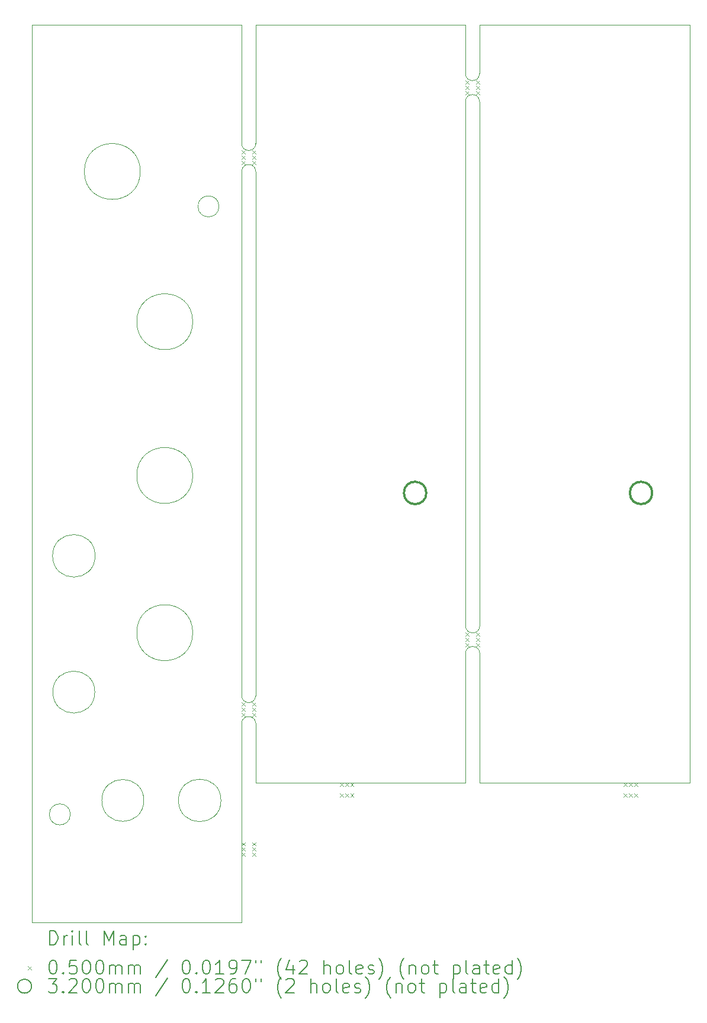
<source format=gbr>
%TF.GenerationSoftware,KiCad,Pcbnew,7.0.9*%
%TF.CreationDate,2023-12-08T20:01:01+01:00*%
%TF.ProjectId,MiniOSC,4d696e69-4f53-4432-9e6b-696361645f70,rev?*%
%TF.SameCoordinates,Original*%
%TF.FileFunction,Drillmap*%
%TF.FilePolarity,Positive*%
%FSLAX45Y45*%
G04 Gerber Fmt 4.5, Leading zero omitted, Abs format (unit mm)*
G04 Created by KiCad (PCBNEW 7.0.9) date 2023-12-08 20:01:01*
%MOMM*%
%LPD*%
G01*
G04 APERTURE LIST*
%ADD10C,0.100000*%
%ADD11C,0.200000*%
%ADD12C,0.320000*%
G04 APERTURE END LIST*
D10*
X7200000Y-6600000D02*
G75*
G03*
X7000000Y-6600000I-100000J0D01*
G01*
X7000000Y-6200000D02*
G75*
G03*
X7200000Y-6200000I100000J0D01*
G01*
X7000000Y-4500000D02*
X7000000Y-6200000D01*
X7200000Y-6200000D02*
X7200000Y-4500000D01*
X10400000Y-5600000D02*
G75*
G03*
X10200000Y-5600000I-100000J0D01*
G01*
X10200000Y-5200000D02*
G75*
G03*
X10400000Y-5200000I100000J0D01*
G01*
X10200000Y-4500000D02*
X10200000Y-5200000D01*
X10400000Y-5200000D02*
X10400000Y-4500000D01*
X12255000Y-15350000D02*
X13410000Y-15350000D01*
X13410000Y-4500000D02*
X12255000Y-4500000D01*
X10400000Y-5600000D02*
X10405000Y-13100000D01*
X10200000Y-13100000D02*
X10200000Y-5600000D01*
X10404980Y-13500000D02*
G75*
G03*
X10200000Y-13497990I-102500J0D01*
G01*
X10200000Y-13100000D02*
G75*
G03*
X10405000Y-13100000I102500J0D01*
G01*
X7200000Y-14495000D02*
G75*
G03*
X6999875Y-14500000I-100000J-5000D01*
G01*
X7000000Y-14100000D02*
G75*
G03*
X7199926Y-14103843I100000J0D01*
G01*
X6999875Y-14500000D02*
X7000000Y-17350000D01*
X7199926Y-14103843D02*
X7200000Y-6600000D01*
X13410000Y-4500000D02*
X13410000Y-15350000D01*
X10400000Y-4500000D02*
X12255000Y-4500000D01*
X10405000Y-15350000D02*
X10404980Y-13500000D01*
X12255000Y-15350000D02*
X10405000Y-15350000D01*
X7202500Y-15350000D02*
X7200000Y-14495000D01*
X10200000Y-15350000D02*
X7202500Y-15350000D01*
X10200000Y-13497990D02*
X10200000Y-15350000D01*
X7200000Y-4500000D02*
X10200000Y-4500000D01*
X6675000Y-7100000D02*
G75*
G03*
X6675000Y-7100000I-150000J0D01*
G01*
X4550000Y-15800000D02*
G75*
G03*
X4550000Y-15800000I-150000J0D01*
G01*
X6300000Y-13200000D02*
G75*
G03*
X6300000Y-13200000I-400000J0D01*
G01*
X6300000Y-10950000D02*
G75*
G03*
X6300000Y-10950000I-400000J0D01*
G01*
X6300000Y-8750000D02*
G75*
G03*
X6300000Y-8750000I-400000J0D01*
G01*
X5550000Y-6600000D02*
G75*
G03*
X5550000Y-6600000I-400000J0D01*
G01*
X5600000Y-15600000D02*
G75*
G03*
X5600000Y-15600000I-300000J0D01*
G01*
X6704138Y-15600000D02*
G75*
G03*
X6704138Y-15600000I-304138J0D01*
G01*
X4900000Y-14050000D02*
G75*
G03*
X4900000Y-14050000I-300000J0D01*
G01*
X4904138Y-12100000D02*
G75*
G03*
X4904138Y-12100000I-304138J0D01*
G01*
X7000000Y-17350000D02*
X4000000Y-17350000D01*
X7000000Y-6600000D02*
X7000000Y-14100000D01*
X4000000Y-4500000D02*
X7000000Y-4500000D01*
X4000000Y-4500000D02*
X4000000Y-17350000D01*
D11*
D10*
X7000000Y-6300000D02*
X7050000Y-6350000D01*
X7050000Y-6300000D02*
X7000000Y-6350000D01*
X7000000Y-6375000D02*
X7050000Y-6425000D01*
X7050000Y-6375000D02*
X7000000Y-6425000D01*
X7000000Y-6450000D02*
X7050000Y-6500000D01*
X7050000Y-6450000D02*
X7000000Y-6500000D01*
X7000000Y-14200000D02*
X7050000Y-14250000D01*
X7050000Y-14200000D02*
X7000000Y-14250000D01*
X7000000Y-14275000D02*
X7050000Y-14325000D01*
X7050000Y-14275000D02*
X7000000Y-14325000D01*
X7000000Y-14350000D02*
X7050000Y-14400000D01*
X7050000Y-14350000D02*
X7000000Y-14400000D01*
X7000000Y-16199000D02*
X7050000Y-16249000D01*
X7050000Y-16199000D02*
X7000000Y-16249000D01*
X7000000Y-16274000D02*
X7050000Y-16324000D01*
X7050000Y-16274000D02*
X7000000Y-16324000D01*
X7000000Y-16349000D02*
X7050000Y-16399000D01*
X7050000Y-16349000D02*
X7000000Y-16399000D01*
X7150000Y-6300000D02*
X7200000Y-6350000D01*
X7200000Y-6300000D02*
X7150000Y-6350000D01*
X7150000Y-6375000D02*
X7200000Y-6425000D01*
X7200000Y-6375000D02*
X7150000Y-6425000D01*
X7150000Y-6450000D02*
X7200000Y-6500000D01*
X7200000Y-6450000D02*
X7150000Y-6500000D01*
X7150000Y-14200000D02*
X7200000Y-14250000D01*
X7200000Y-14200000D02*
X7150000Y-14250000D01*
X7150000Y-14275000D02*
X7200000Y-14325000D01*
X7200000Y-14275000D02*
X7150000Y-14325000D01*
X7150000Y-14350000D02*
X7200000Y-14400000D01*
X7200000Y-14350000D02*
X7150000Y-14400000D01*
X7150000Y-16199000D02*
X7200000Y-16249000D01*
X7200000Y-16199000D02*
X7150000Y-16249000D01*
X7150000Y-16274000D02*
X7200000Y-16324000D01*
X7200000Y-16274000D02*
X7150000Y-16324000D01*
X7150000Y-16349000D02*
X7200000Y-16399000D01*
X7200000Y-16349000D02*
X7150000Y-16399000D01*
X8402720Y-15349620D02*
X8452720Y-15399620D01*
X8452720Y-15349620D02*
X8402720Y-15399620D01*
X8402720Y-15499620D02*
X8452720Y-15549620D01*
X8452720Y-15499620D02*
X8402720Y-15549620D01*
X8477720Y-15349620D02*
X8527720Y-15399620D01*
X8527720Y-15349620D02*
X8477720Y-15399620D01*
X8477720Y-15499620D02*
X8527720Y-15549620D01*
X8527720Y-15499620D02*
X8477720Y-15549620D01*
X8552720Y-15349620D02*
X8602720Y-15399620D01*
X8602720Y-15349620D02*
X8552720Y-15399620D01*
X8552720Y-15499620D02*
X8602720Y-15549620D01*
X8602720Y-15499620D02*
X8552720Y-15549620D01*
X10200000Y-5300000D02*
X10250000Y-5350000D01*
X10250000Y-5300000D02*
X10200000Y-5350000D01*
X10200000Y-5375000D02*
X10250000Y-5425000D01*
X10250000Y-5375000D02*
X10200000Y-5425000D01*
X10200000Y-5450000D02*
X10250000Y-5500000D01*
X10250000Y-5450000D02*
X10200000Y-5500000D01*
X10200000Y-13200000D02*
X10250000Y-13250000D01*
X10250000Y-13200000D02*
X10200000Y-13250000D01*
X10200000Y-13275000D02*
X10250000Y-13325000D01*
X10250000Y-13275000D02*
X10200000Y-13325000D01*
X10200000Y-13350000D02*
X10250000Y-13400000D01*
X10250000Y-13350000D02*
X10200000Y-13400000D01*
X10350000Y-5300000D02*
X10400000Y-5350000D01*
X10400000Y-5300000D02*
X10350000Y-5350000D01*
X10350000Y-5375000D02*
X10400000Y-5425000D01*
X10400000Y-5375000D02*
X10350000Y-5425000D01*
X10350000Y-5450000D02*
X10400000Y-5500000D01*
X10400000Y-5450000D02*
X10350000Y-5500000D01*
X10350000Y-13200000D02*
X10400000Y-13250000D01*
X10400000Y-13200000D02*
X10350000Y-13250000D01*
X10350000Y-13275000D02*
X10400000Y-13325000D01*
X10400000Y-13275000D02*
X10350000Y-13325000D01*
X10350000Y-13350000D02*
X10400000Y-13400000D01*
X10400000Y-13350000D02*
X10350000Y-13400000D01*
X12462720Y-15349620D02*
X12512720Y-15399620D01*
X12512720Y-15349620D02*
X12462720Y-15399620D01*
X12462720Y-15499620D02*
X12512720Y-15549620D01*
X12512720Y-15499620D02*
X12462720Y-15549620D01*
X12537720Y-15349620D02*
X12587720Y-15399620D01*
X12587720Y-15349620D02*
X12537720Y-15399620D01*
X12537720Y-15499620D02*
X12587720Y-15549620D01*
X12587720Y-15499620D02*
X12537720Y-15549620D01*
X12612720Y-15349620D02*
X12662720Y-15399620D01*
X12662720Y-15349620D02*
X12612720Y-15399620D01*
X12612720Y-15499620D02*
X12662720Y-15549620D01*
X12662720Y-15499620D02*
X12612720Y-15549620D01*
D12*
X9640000Y-11200000D02*
G75*
G03*
X9640000Y-11200000I-160000J0D01*
G01*
X12870000Y-11200000D02*
G75*
G03*
X12870000Y-11200000I-160000J0D01*
G01*
D11*
X4255777Y-17666484D02*
X4255777Y-17466484D01*
X4255777Y-17466484D02*
X4303396Y-17466484D01*
X4303396Y-17466484D02*
X4331967Y-17476008D01*
X4331967Y-17476008D02*
X4351015Y-17495055D01*
X4351015Y-17495055D02*
X4360539Y-17514103D01*
X4360539Y-17514103D02*
X4370063Y-17552198D01*
X4370063Y-17552198D02*
X4370063Y-17580770D01*
X4370063Y-17580770D02*
X4360539Y-17618865D01*
X4360539Y-17618865D02*
X4351015Y-17637912D01*
X4351015Y-17637912D02*
X4331967Y-17656960D01*
X4331967Y-17656960D02*
X4303396Y-17666484D01*
X4303396Y-17666484D02*
X4255777Y-17666484D01*
X4455777Y-17666484D02*
X4455777Y-17533150D01*
X4455777Y-17571246D02*
X4465301Y-17552198D01*
X4465301Y-17552198D02*
X4474824Y-17542674D01*
X4474824Y-17542674D02*
X4493872Y-17533150D01*
X4493872Y-17533150D02*
X4512920Y-17533150D01*
X4579586Y-17666484D02*
X4579586Y-17533150D01*
X4579586Y-17466484D02*
X4570063Y-17476008D01*
X4570063Y-17476008D02*
X4579586Y-17485531D01*
X4579586Y-17485531D02*
X4589110Y-17476008D01*
X4589110Y-17476008D02*
X4579586Y-17466484D01*
X4579586Y-17466484D02*
X4579586Y-17485531D01*
X4703396Y-17666484D02*
X4684348Y-17656960D01*
X4684348Y-17656960D02*
X4674824Y-17637912D01*
X4674824Y-17637912D02*
X4674824Y-17466484D01*
X4808158Y-17666484D02*
X4789110Y-17656960D01*
X4789110Y-17656960D02*
X4779586Y-17637912D01*
X4779586Y-17637912D02*
X4779586Y-17466484D01*
X5036729Y-17666484D02*
X5036729Y-17466484D01*
X5036729Y-17466484D02*
X5103396Y-17609341D01*
X5103396Y-17609341D02*
X5170063Y-17466484D01*
X5170063Y-17466484D02*
X5170063Y-17666484D01*
X5351015Y-17666484D02*
X5351015Y-17561722D01*
X5351015Y-17561722D02*
X5341491Y-17542674D01*
X5341491Y-17542674D02*
X5322444Y-17533150D01*
X5322444Y-17533150D02*
X5284348Y-17533150D01*
X5284348Y-17533150D02*
X5265301Y-17542674D01*
X5351015Y-17656960D02*
X5331967Y-17666484D01*
X5331967Y-17666484D02*
X5284348Y-17666484D01*
X5284348Y-17666484D02*
X5265301Y-17656960D01*
X5265301Y-17656960D02*
X5255777Y-17637912D01*
X5255777Y-17637912D02*
X5255777Y-17618865D01*
X5255777Y-17618865D02*
X5265301Y-17599817D01*
X5265301Y-17599817D02*
X5284348Y-17590293D01*
X5284348Y-17590293D02*
X5331967Y-17590293D01*
X5331967Y-17590293D02*
X5351015Y-17580770D01*
X5446253Y-17533150D02*
X5446253Y-17733150D01*
X5446253Y-17542674D02*
X5465301Y-17533150D01*
X5465301Y-17533150D02*
X5503396Y-17533150D01*
X5503396Y-17533150D02*
X5522444Y-17542674D01*
X5522444Y-17542674D02*
X5531967Y-17552198D01*
X5531967Y-17552198D02*
X5541491Y-17571246D01*
X5541491Y-17571246D02*
X5541491Y-17628389D01*
X5541491Y-17628389D02*
X5531967Y-17647436D01*
X5531967Y-17647436D02*
X5522444Y-17656960D01*
X5522444Y-17656960D02*
X5503396Y-17666484D01*
X5503396Y-17666484D02*
X5465301Y-17666484D01*
X5465301Y-17666484D02*
X5446253Y-17656960D01*
X5627205Y-17647436D02*
X5636729Y-17656960D01*
X5636729Y-17656960D02*
X5627205Y-17666484D01*
X5627205Y-17666484D02*
X5617682Y-17656960D01*
X5617682Y-17656960D02*
X5627205Y-17647436D01*
X5627205Y-17647436D02*
X5627205Y-17666484D01*
X5627205Y-17542674D02*
X5636729Y-17552198D01*
X5636729Y-17552198D02*
X5627205Y-17561722D01*
X5627205Y-17561722D02*
X5617682Y-17552198D01*
X5617682Y-17552198D02*
X5627205Y-17542674D01*
X5627205Y-17542674D02*
X5627205Y-17561722D01*
D10*
X3945000Y-17970000D02*
X3995000Y-18020000D01*
X3995000Y-17970000D02*
X3945000Y-18020000D01*
D11*
X4293872Y-17886484D02*
X4312920Y-17886484D01*
X4312920Y-17886484D02*
X4331967Y-17896008D01*
X4331967Y-17896008D02*
X4341491Y-17905531D01*
X4341491Y-17905531D02*
X4351015Y-17924579D01*
X4351015Y-17924579D02*
X4360539Y-17962674D01*
X4360539Y-17962674D02*
X4360539Y-18010293D01*
X4360539Y-18010293D02*
X4351015Y-18048389D01*
X4351015Y-18048389D02*
X4341491Y-18067436D01*
X4341491Y-18067436D02*
X4331967Y-18076960D01*
X4331967Y-18076960D02*
X4312920Y-18086484D01*
X4312920Y-18086484D02*
X4293872Y-18086484D01*
X4293872Y-18086484D02*
X4274824Y-18076960D01*
X4274824Y-18076960D02*
X4265301Y-18067436D01*
X4265301Y-18067436D02*
X4255777Y-18048389D01*
X4255777Y-18048389D02*
X4246253Y-18010293D01*
X4246253Y-18010293D02*
X4246253Y-17962674D01*
X4246253Y-17962674D02*
X4255777Y-17924579D01*
X4255777Y-17924579D02*
X4265301Y-17905531D01*
X4265301Y-17905531D02*
X4274824Y-17896008D01*
X4274824Y-17896008D02*
X4293872Y-17886484D01*
X4446253Y-18067436D02*
X4455777Y-18076960D01*
X4455777Y-18076960D02*
X4446253Y-18086484D01*
X4446253Y-18086484D02*
X4436729Y-18076960D01*
X4436729Y-18076960D02*
X4446253Y-18067436D01*
X4446253Y-18067436D02*
X4446253Y-18086484D01*
X4636729Y-17886484D02*
X4541491Y-17886484D01*
X4541491Y-17886484D02*
X4531967Y-17981722D01*
X4531967Y-17981722D02*
X4541491Y-17972198D01*
X4541491Y-17972198D02*
X4560539Y-17962674D01*
X4560539Y-17962674D02*
X4608158Y-17962674D01*
X4608158Y-17962674D02*
X4627205Y-17972198D01*
X4627205Y-17972198D02*
X4636729Y-17981722D01*
X4636729Y-17981722D02*
X4646253Y-18000770D01*
X4646253Y-18000770D02*
X4646253Y-18048389D01*
X4646253Y-18048389D02*
X4636729Y-18067436D01*
X4636729Y-18067436D02*
X4627205Y-18076960D01*
X4627205Y-18076960D02*
X4608158Y-18086484D01*
X4608158Y-18086484D02*
X4560539Y-18086484D01*
X4560539Y-18086484D02*
X4541491Y-18076960D01*
X4541491Y-18076960D02*
X4531967Y-18067436D01*
X4770063Y-17886484D02*
X4789110Y-17886484D01*
X4789110Y-17886484D02*
X4808158Y-17896008D01*
X4808158Y-17896008D02*
X4817682Y-17905531D01*
X4817682Y-17905531D02*
X4827205Y-17924579D01*
X4827205Y-17924579D02*
X4836729Y-17962674D01*
X4836729Y-17962674D02*
X4836729Y-18010293D01*
X4836729Y-18010293D02*
X4827205Y-18048389D01*
X4827205Y-18048389D02*
X4817682Y-18067436D01*
X4817682Y-18067436D02*
X4808158Y-18076960D01*
X4808158Y-18076960D02*
X4789110Y-18086484D01*
X4789110Y-18086484D02*
X4770063Y-18086484D01*
X4770063Y-18086484D02*
X4751015Y-18076960D01*
X4751015Y-18076960D02*
X4741491Y-18067436D01*
X4741491Y-18067436D02*
X4731967Y-18048389D01*
X4731967Y-18048389D02*
X4722444Y-18010293D01*
X4722444Y-18010293D02*
X4722444Y-17962674D01*
X4722444Y-17962674D02*
X4731967Y-17924579D01*
X4731967Y-17924579D02*
X4741491Y-17905531D01*
X4741491Y-17905531D02*
X4751015Y-17896008D01*
X4751015Y-17896008D02*
X4770063Y-17886484D01*
X4960539Y-17886484D02*
X4979586Y-17886484D01*
X4979586Y-17886484D02*
X4998634Y-17896008D01*
X4998634Y-17896008D02*
X5008158Y-17905531D01*
X5008158Y-17905531D02*
X5017682Y-17924579D01*
X5017682Y-17924579D02*
X5027205Y-17962674D01*
X5027205Y-17962674D02*
X5027205Y-18010293D01*
X5027205Y-18010293D02*
X5017682Y-18048389D01*
X5017682Y-18048389D02*
X5008158Y-18067436D01*
X5008158Y-18067436D02*
X4998634Y-18076960D01*
X4998634Y-18076960D02*
X4979586Y-18086484D01*
X4979586Y-18086484D02*
X4960539Y-18086484D01*
X4960539Y-18086484D02*
X4941491Y-18076960D01*
X4941491Y-18076960D02*
X4931967Y-18067436D01*
X4931967Y-18067436D02*
X4922444Y-18048389D01*
X4922444Y-18048389D02*
X4912920Y-18010293D01*
X4912920Y-18010293D02*
X4912920Y-17962674D01*
X4912920Y-17962674D02*
X4922444Y-17924579D01*
X4922444Y-17924579D02*
X4931967Y-17905531D01*
X4931967Y-17905531D02*
X4941491Y-17896008D01*
X4941491Y-17896008D02*
X4960539Y-17886484D01*
X5112920Y-18086484D02*
X5112920Y-17953150D01*
X5112920Y-17972198D02*
X5122444Y-17962674D01*
X5122444Y-17962674D02*
X5141491Y-17953150D01*
X5141491Y-17953150D02*
X5170063Y-17953150D01*
X5170063Y-17953150D02*
X5189110Y-17962674D01*
X5189110Y-17962674D02*
X5198634Y-17981722D01*
X5198634Y-17981722D02*
X5198634Y-18086484D01*
X5198634Y-17981722D02*
X5208158Y-17962674D01*
X5208158Y-17962674D02*
X5227205Y-17953150D01*
X5227205Y-17953150D02*
X5255777Y-17953150D01*
X5255777Y-17953150D02*
X5274825Y-17962674D01*
X5274825Y-17962674D02*
X5284348Y-17981722D01*
X5284348Y-17981722D02*
X5284348Y-18086484D01*
X5379586Y-18086484D02*
X5379586Y-17953150D01*
X5379586Y-17972198D02*
X5389110Y-17962674D01*
X5389110Y-17962674D02*
X5408158Y-17953150D01*
X5408158Y-17953150D02*
X5436729Y-17953150D01*
X5436729Y-17953150D02*
X5455777Y-17962674D01*
X5455777Y-17962674D02*
X5465301Y-17981722D01*
X5465301Y-17981722D02*
X5465301Y-18086484D01*
X5465301Y-17981722D02*
X5474825Y-17962674D01*
X5474825Y-17962674D02*
X5493872Y-17953150D01*
X5493872Y-17953150D02*
X5522444Y-17953150D01*
X5522444Y-17953150D02*
X5541491Y-17962674D01*
X5541491Y-17962674D02*
X5551015Y-17981722D01*
X5551015Y-17981722D02*
X5551015Y-18086484D01*
X5941491Y-17876960D02*
X5770063Y-18134103D01*
X6198634Y-17886484D02*
X6217682Y-17886484D01*
X6217682Y-17886484D02*
X6236729Y-17896008D01*
X6236729Y-17896008D02*
X6246253Y-17905531D01*
X6246253Y-17905531D02*
X6255777Y-17924579D01*
X6255777Y-17924579D02*
X6265301Y-17962674D01*
X6265301Y-17962674D02*
X6265301Y-18010293D01*
X6265301Y-18010293D02*
X6255777Y-18048389D01*
X6255777Y-18048389D02*
X6246253Y-18067436D01*
X6246253Y-18067436D02*
X6236729Y-18076960D01*
X6236729Y-18076960D02*
X6217682Y-18086484D01*
X6217682Y-18086484D02*
X6198634Y-18086484D01*
X6198634Y-18086484D02*
X6179586Y-18076960D01*
X6179586Y-18076960D02*
X6170063Y-18067436D01*
X6170063Y-18067436D02*
X6160539Y-18048389D01*
X6160539Y-18048389D02*
X6151015Y-18010293D01*
X6151015Y-18010293D02*
X6151015Y-17962674D01*
X6151015Y-17962674D02*
X6160539Y-17924579D01*
X6160539Y-17924579D02*
X6170063Y-17905531D01*
X6170063Y-17905531D02*
X6179586Y-17896008D01*
X6179586Y-17896008D02*
X6198634Y-17886484D01*
X6351015Y-18067436D02*
X6360539Y-18076960D01*
X6360539Y-18076960D02*
X6351015Y-18086484D01*
X6351015Y-18086484D02*
X6341491Y-18076960D01*
X6341491Y-18076960D02*
X6351015Y-18067436D01*
X6351015Y-18067436D02*
X6351015Y-18086484D01*
X6484348Y-17886484D02*
X6503396Y-17886484D01*
X6503396Y-17886484D02*
X6522444Y-17896008D01*
X6522444Y-17896008D02*
X6531967Y-17905531D01*
X6531967Y-17905531D02*
X6541491Y-17924579D01*
X6541491Y-17924579D02*
X6551015Y-17962674D01*
X6551015Y-17962674D02*
X6551015Y-18010293D01*
X6551015Y-18010293D02*
X6541491Y-18048389D01*
X6541491Y-18048389D02*
X6531967Y-18067436D01*
X6531967Y-18067436D02*
X6522444Y-18076960D01*
X6522444Y-18076960D02*
X6503396Y-18086484D01*
X6503396Y-18086484D02*
X6484348Y-18086484D01*
X6484348Y-18086484D02*
X6465301Y-18076960D01*
X6465301Y-18076960D02*
X6455777Y-18067436D01*
X6455777Y-18067436D02*
X6446253Y-18048389D01*
X6446253Y-18048389D02*
X6436729Y-18010293D01*
X6436729Y-18010293D02*
X6436729Y-17962674D01*
X6436729Y-17962674D02*
X6446253Y-17924579D01*
X6446253Y-17924579D02*
X6455777Y-17905531D01*
X6455777Y-17905531D02*
X6465301Y-17896008D01*
X6465301Y-17896008D02*
X6484348Y-17886484D01*
X6741491Y-18086484D02*
X6627206Y-18086484D01*
X6684348Y-18086484D02*
X6684348Y-17886484D01*
X6684348Y-17886484D02*
X6665301Y-17915055D01*
X6665301Y-17915055D02*
X6646253Y-17934103D01*
X6646253Y-17934103D02*
X6627206Y-17943627D01*
X6836729Y-18086484D02*
X6874825Y-18086484D01*
X6874825Y-18086484D02*
X6893872Y-18076960D01*
X6893872Y-18076960D02*
X6903396Y-18067436D01*
X6903396Y-18067436D02*
X6922444Y-18038865D01*
X6922444Y-18038865D02*
X6931967Y-18000770D01*
X6931967Y-18000770D02*
X6931967Y-17924579D01*
X6931967Y-17924579D02*
X6922444Y-17905531D01*
X6922444Y-17905531D02*
X6912920Y-17896008D01*
X6912920Y-17896008D02*
X6893872Y-17886484D01*
X6893872Y-17886484D02*
X6855777Y-17886484D01*
X6855777Y-17886484D02*
X6836729Y-17896008D01*
X6836729Y-17896008D02*
X6827206Y-17905531D01*
X6827206Y-17905531D02*
X6817682Y-17924579D01*
X6817682Y-17924579D02*
X6817682Y-17972198D01*
X6817682Y-17972198D02*
X6827206Y-17991246D01*
X6827206Y-17991246D02*
X6836729Y-18000770D01*
X6836729Y-18000770D02*
X6855777Y-18010293D01*
X6855777Y-18010293D02*
X6893872Y-18010293D01*
X6893872Y-18010293D02*
X6912920Y-18000770D01*
X6912920Y-18000770D02*
X6922444Y-17991246D01*
X6922444Y-17991246D02*
X6931967Y-17972198D01*
X6998634Y-17886484D02*
X7131967Y-17886484D01*
X7131967Y-17886484D02*
X7046253Y-18086484D01*
X7198634Y-17886484D02*
X7198634Y-17924579D01*
X7274825Y-17886484D02*
X7274825Y-17924579D01*
X7570063Y-18162674D02*
X7560539Y-18153150D01*
X7560539Y-18153150D02*
X7541491Y-18124579D01*
X7541491Y-18124579D02*
X7531968Y-18105531D01*
X7531968Y-18105531D02*
X7522444Y-18076960D01*
X7522444Y-18076960D02*
X7512920Y-18029341D01*
X7512920Y-18029341D02*
X7512920Y-17991246D01*
X7512920Y-17991246D02*
X7522444Y-17943627D01*
X7522444Y-17943627D02*
X7531968Y-17915055D01*
X7531968Y-17915055D02*
X7541491Y-17896008D01*
X7541491Y-17896008D02*
X7560539Y-17867436D01*
X7560539Y-17867436D02*
X7570063Y-17857912D01*
X7731968Y-17953150D02*
X7731968Y-18086484D01*
X7684348Y-17876960D02*
X7636729Y-18019817D01*
X7636729Y-18019817D02*
X7760539Y-18019817D01*
X7827206Y-17905531D02*
X7836729Y-17896008D01*
X7836729Y-17896008D02*
X7855777Y-17886484D01*
X7855777Y-17886484D02*
X7903396Y-17886484D01*
X7903396Y-17886484D02*
X7922444Y-17896008D01*
X7922444Y-17896008D02*
X7931968Y-17905531D01*
X7931968Y-17905531D02*
X7941491Y-17924579D01*
X7941491Y-17924579D02*
X7941491Y-17943627D01*
X7941491Y-17943627D02*
X7931968Y-17972198D01*
X7931968Y-17972198D02*
X7817682Y-18086484D01*
X7817682Y-18086484D02*
X7941491Y-18086484D01*
X8179587Y-18086484D02*
X8179587Y-17886484D01*
X8265301Y-18086484D02*
X8265301Y-17981722D01*
X8265301Y-17981722D02*
X8255777Y-17962674D01*
X8255777Y-17962674D02*
X8236730Y-17953150D01*
X8236730Y-17953150D02*
X8208158Y-17953150D01*
X8208158Y-17953150D02*
X8189110Y-17962674D01*
X8189110Y-17962674D02*
X8179587Y-17972198D01*
X8389111Y-18086484D02*
X8370063Y-18076960D01*
X8370063Y-18076960D02*
X8360539Y-18067436D01*
X8360539Y-18067436D02*
X8351015Y-18048389D01*
X8351015Y-18048389D02*
X8351015Y-17991246D01*
X8351015Y-17991246D02*
X8360539Y-17972198D01*
X8360539Y-17972198D02*
X8370063Y-17962674D01*
X8370063Y-17962674D02*
X8389111Y-17953150D01*
X8389111Y-17953150D02*
X8417682Y-17953150D01*
X8417682Y-17953150D02*
X8436730Y-17962674D01*
X8436730Y-17962674D02*
X8446253Y-17972198D01*
X8446253Y-17972198D02*
X8455777Y-17991246D01*
X8455777Y-17991246D02*
X8455777Y-18048389D01*
X8455777Y-18048389D02*
X8446253Y-18067436D01*
X8446253Y-18067436D02*
X8436730Y-18076960D01*
X8436730Y-18076960D02*
X8417682Y-18086484D01*
X8417682Y-18086484D02*
X8389111Y-18086484D01*
X8570063Y-18086484D02*
X8551015Y-18076960D01*
X8551015Y-18076960D02*
X8541492Y-18057912D01*
X8541492Y-18057912D02*
X8541492Y-17886484D01*
X8722444Y-18076960D02*
X8703396Y-18086484D01*
X8703396Y-18086484D02*
X8665301Y-18086484D01*
X8665301Y-18086484D02*
X8646253Y-18076960D01*
X8646253Y-18076960D02*
X8636730Y-18057912D01*
X8636730Y-18057912D02*
X8636730Y-17981722D01*
X8636730Y-17981722D02*
X8646253Y-17962674D01*
X8646253Y-17962674D02*
X8665301Y-17953150D01*
X8665301Y-17953150D02*
X8703396Y-17953150D01*
X8703396Y-17953150D02*
X8722444Y-17962674D01*
X8722444Y-17962674D02*
X8731968Y-17981722D01*
X8731968Y-17981722D02*
X8731968Y-18000770D01*
X8731968Y-18000770D02*
X8636730Y-18019817D01*
X8808158Y-18076960D02*
X8827206Y-18086484D01*
X8827206Y-18086484D02*
X8865301Y-18086484D01*
X8865301Y-18086484D02*
X8884349Y-18076960D01*
X8884349Y-18076960D02*
X8893873Y-18057912D01*
X8893873Y-18057912D02*
X8893873Y-18048389D01*
X8893873Y-18048389D02*
X8884349Y-18029341D01*
X8884349Y-18029341D02*
X8865301Y-18019817D01*
X8865301Y-18019817D02*
X8836730Y-18019817D01*
X8836730Y-18019817D02*
X8817682Y-18010293D01*
X8817682Y-18010293D02*
X8808158Y-17991246D01*
X8808158Y-17991246D02*
X8808158Y-17981722D01*
X8808158Y-17981722D02*
X8817682Y-17962674D01*
X8817682Y-17962674D02*
X8836730Y-17953150D01*
X8836730Y-17953150D02*
X8865301Y-17953150D01*
X8865301Y-17953150D02*
X8884349Y-17962674D01*
X8960539Y-18162674D02*
X8970063Y-18153150D01*
X8970063Y-18153150D02*
X8989111Y-18124579D01*
X8989111Y-18124579D02*
X8998634Y-18105531D01*
X8998634Y-18105531D02*
X9008158Y-18076960D01*
X9008158Y-18076960D02*
X9017682Y-18029341D01*
X9017682Y-18029341D02*
X9017682Y-17991246D01*
X9017682Y-17991246D02*
X9008158Y-17943627D01*
X9008158Y-17943627D02*
X8998634Y-17915055D01*
X8998634Y-17915055D02*
X8989111Y-17896008D01*
X8989111Y-17896008D02*
X8970063Y-17867436D01*
X8970063Y-17867436D02*
X8960539Y-17857912D01*
X9322444Y-18162674D02*
X9312920Y-18153150D01*
X9312920Y-18153150D02*
X9293873Y-18124579D01*
X9293873Y-18124579D02*
X9284349Y-18105531D01*
X9284349Y-18105531D02*
X9274825Y-18076960D01*
X9274825Y-18076960D02*
X9265301Y-18029341D01*
X9265301Y-18029341D02*
X9265301Y-17991246D01*
X9265301Y-17991246D02*
X9274825Y-17943627D01*
X9274825Y-17943627D02*
X9284349Y-17915055D01*
X9284349Y-17915055D02*
X9293873Y-17896008D01*
X9293873Y-17896008D02*
X9312920Y-17867436D01*
X9312920Y-17867436D02*
X9322444Y-17857912D01*
X9398634Y-17953150D02*
X9398634Y-18086484D01*
X9398634Y-17972198D02*
X9408158Y-17962674D01*
X9408158Y-17962674D02*
X9427206Y-17953150D01*
X9427206Y-17953150D02*
X9455777Y-17953150D01*
X9455777Y-17953150D02*
X9474825Y-17962674D01*
X9474825Y-17962674D02*
X9484349Y-17981722D01*
X9484349Y-17981722D02*
X9484349Y-18086484D01*
X9608158Y-18086484D02*
X9589111Y-18076960D01*
X9589111Y-18076960D02*
X9579587Y-18067436D01*
X9579587Y-18067436D02*
X9570063Y-18048389D01*
X9570063Y-18048389D02*
X9570063Y-17991246D01*
X9570063Y-17991246D02*
X9579587Y-17972198D01*
X9579587Y-17972198D02*
X9589111Y-17962674D01*
X9589111Y-17962674D02*
X9608158Y-17953150D01*
X9608158Y-17953150D02*
X9636730Y-17953150D01*
X9636730Y-17953150D02*
X9655777Y-17962674D01*
X9655777Y-17962674D02*
X9665301Y-17972198D01*
X9665301Y-17972198D02*
X9674825Y-17991246D01*
X9674825Y-17991246D02*
X9674825Y-18048389D01*
X9674825Y-18048389D02*
X9665301Y-18067436D01*
X9665301Y-18067436D02*
X9655777Y-18076960D01*
X9655777Y-18076960D02*
X9636730Y-18086484D01*
X9636730Y-18086484D02*
X9608158Y-18086484D01*
X9731968Y-17953150D02*
X9808158Y-17953150D01*
X9760539Y-17886484D02*
X9760539Y-18057912D01*
X9760539Y-18057912D02*
X9770063Y-18076960D01*
X9770063Y-18076960D02*
X9789111Y-18086484D01*
X9789111Y-18086484D02*
X9808158Y-18086484D01*
X10027206Y-17953150D02*
X10027206Y-18153150D01*
X10027206Y-17962674D02*
X10046254Y-17953150D01*
X10046254Y-17953150D02*
X10084349Y-17953150D01*
X10084349Y-17953150D02*
X10103396Y-17962674D01*
X10103396Y-17962674D02*
X10112920Y-17972198D01*
X10112920Y-17972198D02*
X10122444Y-17991246D01*
X10122444Y-17991246D02*
X10122444Y-18048389D01*
X10122444Y-18048389D02*
X10112920Y-18067436D01*
X10112920Y-18067436D02*
X10103396Y-18076960D01*
X10103396Y-18076960D02*
X10084349Y-18086484D01*
X10084349Y-18086484D02*
X10046254Y-18086484D01*
X10046254Y-18086484D02*
X10027206Y-18076960D01*
X10236730Y-18086484D02*
X10217682Y-18076960D01*
X10217682Y-18076960D02*
X10208158Y-18057912D01*
X10208158Y-18057912D02*
X10208158Y-17886484D01*
X10398635Y-18086484D02*
X10398635Y-17981722D01*
X10398635Y-17981722D02*
X10389111Y-17962674D01*
X10389111Y-17962674D02*
X10370063Y-17953150D01*
X10370063Y-17953150D02*
X10331968Y-17953150D01*
X10331968Y-17953150D02*
X10312920Y-17962674D01*
X10398635Y-18076960D02*
X10379587Y-18086484D01*
X10379587Y-18086484D02*
X10331968Y-18086484D01*
X10331968Y-18086484D02*
X10312920Y-18076960D01*
X10312920Y-18076960D02*
X10303396Y-18057912D01*
X10303396Y-18057912D02*
X10303396Y-18038865D01*
X10303396Y-18038865D02*
X10312920Y-18019817D01*
X10312920Y-18019817D02*
X10331968Y-18010293D01*
X10331968Y-18010293D02*
X10379587Y-18010293D01*
X10379587Y-18010293D02*
X10398635Y-18000770D01*
X10465301Y-17953150D02*
X10541492Y-17953150D01*
X10493873Y-17886484D02*
X10493873Y-18057912D01*
X10493873Y-18057912D02*
X10503396Y-18076960D01*
X10503396Y-18076960D02*
X10522444Y-18086484D01*
X10522444Y-18086484D02*
X10541492Y-18086484D01*
X10684349Y-18076960D02*
X10665301Y-18086484D01*
X10665301Y-18086484D02*
X10627206Y-18086484D01*
X10627206Y-18086484D02*
X10608158Y-18076960D01*
X10608158Y-18076960D02*
X10598635Y-18057912D01*
X10598635Y-18057912D02*
X10598635Y-17981722D01*
X10598635Y-17981722D02*
X10608158Y-17962674D01*
X10608158Y-17962674D02*
X10627206Y-17953150D01*
X10627206Y-17953150D02*
X10665301Y-17953150D01*
X10665301Y-17953150D02*
X10684349Y-17962674D01*
X10684349Y-17962674D02*
X10693873Y-17981722D01*
X10693873Y-17981722D02*
X10693873Y-18000770D01*
X10693873Y-18000770D02*
X10598635Y-18019817D01*
X10865301Y-18086484D02*
X10865301Y-17886484D01*
X10865301Y-18076960D02*
X10846254Y-18086484D01*
X10846254Y-18086484D02*
X10808158Y-18086484D01*
X10808158Y-18086484D02*
X10789111Y-18076960D01*
X10789111Y-18076960D02*
X10779587Y-18067436D01*
X10779587Y-18067436D02*
X10770063Y-18048389D01*
X10770063Y-18048389D02*
X10770063Y-17991246D01*
X10770063Y-17991246D02*
X10779587Y-17972198D01*
X10779587Y-17972198D02*
X10789111Y-17962674D01*
X10789111Y-17962674D02*
X10808158Y-17953150D01*
X10808158Y-17953150D02*
X10846254Y-17953150D01*
X10846254Y-17953150D02*
X10865301Y-17962674D01*
X10941492Y-18162674D02*
X10951016Y-18153150D01*
X10951016Y-18153150D02*
X10970063Y-18124579D01*
X10970063Y-18124579D02*
X10979587Y-18105531D01*
X10979587Y-18105531D02*
X10989111Y-18076960D01*
X10989111Y-18076960D02*
X10998635Y-18029341D01*
X10998635Y-18029341D02*
X10998635Y-17991246D01*
X10998635Y-17991246D02*
X10989111Y-17943627D01*
X10989111Y-17943627D02*
X10979587Y-17915055D01*
X10979587Y-17915055D02*
X10970063Y-17896008D01*
X10970063Y-17896008D02*
X10951016Y-17867436D01*
X10951016Y-17867436D02*
X10941492Y-17857912D01*
X3995000Y-18259000D02*
G75*
G03*
X3995000Y-18259000I-100000J0D01*
G01*
X4236729Y-18150484D02*
X4360539Y-18150484D01*
X4360539Y-18150484D02*
X4293872Y-18226674D01*
X4293872Y-18226674D02*
X4322444Y-18226674D01*
X4322444Y-18226674D02*
X4341491Y-18236198D01*
X4341491Y-18236198D02*
X4351015Y-18245722D01*
X4351015Y-18245722D02*
X4360539Y-18264770D01*
X4360539Y-18264770D02*
X4360539Y-18312389D01*
X4360539Y-18312389D02*
X4351015Y-18331436D01*
X4351015Y-18331436D02*
X4341491Y-18340960D01*
X4341491Y-18340960D02*
X4322444Y-18350484D01*
X4322444Y-18350484D02*
X4265301Y-18350484D01*
X4265301Y-18350484D02*
X4246253Y-18340960D01*
X4246253Y-18340960D02*
X4236729Y-18331436D01*
X4446253Y-18331436D02*
X4455777Y-18340960D01*
X4455777Y-18340960D02*
X4446253Y-18350484D01*
X4446253Y-18350484D02*
X4436729Y-18340960D01*
X4436729Y-18340960D02*
X4446253Y-18331436D01*
X4446253Y-18331436D02*
X4446253Y-18350484D01*
X4531967Y-18169531D02*
X4541491Y-18160008D01*
X4541491Y-18160008D02*
X4560539Y-18150484D01*
X4560539Y-18150484D02*
X4608158Y-18150484D01*
X4608158Y-18150484D02*
X4627205Y-18160008D01*
X4627205Y-18160008D02*
X4636729Y-18169531D01*
X4636729Y-18169531D02*
X4646253Y-18188579D01*
X4646253Y-18188579D02*
X4646253Y-18207627D01*
X4646253Y-18207627D02*
X4636729Y-18236198D01*
X4636729Y-18236198D02*
X4522444Y-18350484D01*
X4522444Y-18350484D02*
X4646253Y-18350484D01*
X4770063Y-18150484D02*
X4789110Y-18150484D01*
X4789110Y-18150484D02*
X4808158Y-18160008D01*
X4808158Y-18160008D02*
X4817682Y-18169531D01*
X4817682Y-18169531D02*
X4827205Y-18188579D01*
X4827205Y-18188579D02*
X4836729Y-18226674D01*
X4836729Y-18226674D02*
X4836729Y-18274293D01*
X4836729Y-18274293D02*
X4827205Y-18312389D01*
X4827205Y-18312389D02*
X4817682Y-18331436D01*
X4817682Y-18331436D02*
X4808158Y-18340960D01*
X4808158Y-18340960D02*
X4789110Y-18350484D01*
X4789110Y-18350484D02*
X4770063Y-18350484D01*
X4770063Y-18350484D02*
X4751015Y-18340960D01*
X4751015Y-18340960D02*
X4741491Y-18331436D01*
X4741491Y-18331436D02*
X4731967Y-18312389D01*
X4731967Y-18312389D02*
X4722444Y-18274293D01*
X4722444Y-18274293D02*
X4722444Y-18226674D01*
X4722444Y-18226674D02*
X4731967Y-18188579D01*
X4731967Y-18188579D02*
X4741491Y-18169531D01*
X4741491Y-18169531D02*
X4751015Y-18160008D01*
X4751015Y-18160008D02*
X4770063Y-18150484D01*
X4960539Y-18150484D02*
X4979586Y-18150484D01*
X4979586Y-18150484D02*
X4998634Y-18160008D01*
X4998634Y-18160008D02*
X5008158Y-18169531D01*
X5008158Y-18169531D02*
X5017682Y-18188579D01*
X5017682Y-18188579D02*
X5027205Y-18226674D01*
X5027205Y-18226674D02*
X5027205Y-18274293D01*
X5027205Y-18274293D02*
X5017682Y-18312389D01*
X5017682Y-18312389D02*
X5008158Y-18331436D01*
X5008158Y-18331436D02*
X4998634Y-18340960D01*
X4998634Y-18340960D02*
X4979586Y-18350484D01*
X4979586Y-18350484D02*
X4960539Y-18350484D01*
X4960539Y-18350484D02*
X4941491Y-18340960D01*
X4941491Y-18340960D02*
X4931967Y-18331436D01*
X4931967Y-18331436D02*
X4922444Y-18312389D01*
X4922444Y-18312389D02*
X4912920Y-18274293D01*
X4912920Y-18274293D02*
X4912920Y-18226674D01*
X4912920Y-18226674D02*
X4922444Y-18188579D01*
X4922444Y-18188579D02*
X4931967Y-18169531D01*
X4931967Y-18169531D02*
X4941491Y-18160008D01*
X4941491Y-18160008D02*
X4960539Y-18150484D01*
X5112920Y-18350484D02*
X5112920Y-18217150D01*
X5112920Y-18236198D02*
X5122444Y-18226674D01*
X5122444Y-18226674D02*
X5141491Y-18217150D01*
X5141491Y-18217150D02*
X5170063Y-18217150D01*
X5170063Y-18217150D02*
X5189110Y-18226674D01*
X5189110Y-18226674D02*
X5198634Y-18245722D01*
X5198634Y-18245722D02*
X5198634Y-18350484D01*
X5198634Y-18245722D02*
X5208158Y-18226674D01*
X5208158Y-18226674D02*
X5227205Y-18217150D01*
X5227205Y-18217150D02*
X5255777Y-18217150D01*
X5255777Y-18217150D02*
X5274825Y-18226674D01*
X5274825Y-18226674D02*
X5284348Y-18245722D01*
X5284348Y-18245722D02*
X5284348Y-18350484D01*
X5379586Y-18350484D02*
X5379586Y-18217150D01*
X5379586Y-18236198D02*
X5389110Y-18226674D01*
X5389110Y-18226674D02*
X5408158Y-18217150D01*
X5408158Y-18217150D02*
X5436729Y-18217150D01*
X5436729Y-18217150D02*
X5455777Y-18226674D01*
X5455777Y-18226674D02*
X5465301Y-18245722D01*
X5465301Y-18245722D02*
X5465301Y-18350484D01*
X5465301Y-18245722D02*
X5474825Y-18226674D01*
X5474825Y-18226674D02*
X5493872Y-18217150D01*
X5493872Y-18217150D02*
X5522444Y-18217150D01*
X5522444Y-18217150D02*
X5541491Y-18226674D01*
X5541491Y-18226674D02*
X5551015Y-18245722D01*
X5551015Y-18245722D02*
X5551015Y-18350484D01*
X5941491Y-18140960D02*
X5770063Y-18398103D01*
X6198634Y-18150484D02*
X6217682Y-18150484D01*
X6217682Y-18150484D02*
X6236729Y-18160008D01*
X6236729Y-18160008D02*
X6246253Y-18169531D01*
X6246253Y-18169531D02*
X6255777Y-18188579D01*
X6255777Y-18188579D02*
X6265301Y-18226674D01*
X6265301Y-18226674D02*
X6265301Y-18274293D01*
X6265301Y-18274293D02*
X6255777Y-18312389D01*
X6255777Y-18312389D02*
X6246253Y-18331436D01*
X6246253Y-18331436D02*
X6236729Y-18340960D01*
X6236729Y-18340960D02*
X6217682Y-18350484D01*
X6217682Y-18350484D02*
X6198634Y-18350484D01*
X6198634Y-18350484D02*
X6179586Y-18340960D01*
X6179586Y-18340960D02*
X6170063Y-18331436D01*
X6170063Y-18331436D02*
X6160539Y-18312389D01*
X6160539Y-18312389D02*
X6151015Y-18274293D01*
X6151015Y-18274293D02*
X6151015Y-18226674D01*
X6151015Y-18226674D02*
X6160539Y-18188579D01*
X6160539Y-18188579D02*
X6170063Y-18169531D01*
X6170063Y-18169531D02*
X6179586Y-18160008D01*
X6179586Y-18160008D02*
X6198634Y-18150484D01*
X6351015Y-18331436D02*
X6360539Y-18340960D01*
X6360539Y-18340960D02*
X6351015Y-18350484D01*
X6351015Y-18350484D02*
X6341491Y-18340960D01*
X6341491Y-18340960D02*
X6351015Y-18331436D01*
X6351015Y-18331436D02*
X6351015Y-18350484D01*
X6551015Y-18350484D02*
X6436729Y-18350484D01*
X6493872Y-18350484D02*
X6493872Y-18150484D01*
X6493872Y-18150484D02*
X6474825Y-18179055D01*
X6474825Y-18179055D02*
X6455777Y-18198103D01*
X6455777Y-18198103D02*
X6436729Y-18207627D01*
X6627206Y-18169531D02*
X6636729Y-18160008D01*
X6636729Y-18160008D02*
X6655777Y-18150484D01*
X6655777Y-18150484D02*
X6703396Y-18150484D01*
X6703396Y-18150484D02*
X6722444Y-18160008D01*
X6722444Y-18160008D02*
X6731967Y-18169531D01*
X6731967Y-18169531D02*
X6741491Y-18188579D01*
X6741491Y-18188579D02*
X6741491Y-18207627D01*
X6741491Y-18207627D02*
X6731967Y-18236198D01*
X6731967Y-18236198D02*
X6617682Y-18350484D01*
X6617682Y-18350484D02*
X6741491Y-18350484D01*
X6912920Y-18150484D02*
X6874825Y-18150484D01*
X6874825Y-18150484D02*
X6855777Y-18160008D01*
X6855777Y-18160008D02*
X6846253Y-18169531D01*
X6846253Y-18169531D02*
X6827206Y-18198103D01*
X6827206Y-18198103D02*
X6817682Y-18236198D01*
X6817682Y-18236198D02*
X6817682Y-18312389D01*
X6817682Y-18312389D02*
X6827206Y-18331436D01*
X6827206Y-18331436D02*
X6836729Y-18340960D01*
X6836729Y-18340960D02*
X6855777Y-18350484D01*
X6855777Y-18350484D02*
X6893872Y-18350484D01*
X6893872Y-18350484D02*
X6912920Y-18340960D01*
X6912920Y-18340960D02*
X6922444Y-18331436D01*
X6922444Y-18331436D02*
X6931967Y-18312389D01*
X6931967Y-18312389D02*
X6931967Y-18264770D01*
X6931967Y-18264770D02*
X6922444Y-18245722D01*
X6922444Y-18245722D02*
X6912920Y-18236198D01*
X6912920Y-18236198D02*
X6893872Y-18226674D01*
X6893872Y-18226674D02*
X6855777Y-18226674D01*
X6855777Y-18226674D02*
X6836729Y-18236198D01*
X6836729Y-18236198D02*
X6827206Y-18245722D01*
X6827206Y-18245722D02*
X6817682Y-18264770D01*
X7055777Y-18150484D02*
X7074825Y-18150484D01*
X7074825Y-18150484D02*
X7093872Y-18160008D01*
X7093872Y-18160008D02*
X7103396Y-18169531D01*
X7103396Y-18169531D02*
X7112920Y-18188579D01*
X7112920Y-18188579D02*
X7122444Y-18226674D01*
X7122444Y-18226674D02*
X7122444Y-18274293D01*
X7122444Y-18274293D02*
X7112920Y-18312389D01*
X7112920Y-18312389D02*
X7103396Y-18331436D01*
X7103396Y-18331436D02*
X7093872Y-18340960D01*
X7093872Y-18340960D02*
X7074825Y-18350484D01*
X7074825Y-18350484D02*
X7055777Y-18350484D01*
X7055777Y-18350484D02*
X7036729Y-18340960D01*
X7036729Y-18340960D02*
X7027206Y-18331436D01*
X7027206Y-18331436D02*
X7017682Y-18312389D01*
X7017682Y-18312389D02*
X7008158Y-18274293D01*
X7008158Y-18274293D02*
X7008158Y-18226674D01*
X7008158Y-18226674D02*
X7017682Y-18188579D01*
X7017682Y-18188579D02*
X7027206Y-18169531D01*
X7027206Y-18169531D02*
X7036729Y-18160008D01*
X7036729Y-18160008D02*
X7055777Y-18150484D01*
X7198634Y-18150484D02*
X7198634Y-18188579D01*
X7274825Y-18150484D02*
X7274825Y-18188579D01*
X7570063Y-18426674D02*
X7560539Y-18417150D01*
X7560539Y-18417150D02*
X7541491Y-18388579D01*
X7541491Y-18388579D02*
X7531968Y-18369531D01*
X7531968Y-18369531D02*
X7522444Y-18340960D01*
X7522444Y-18340960D02*
X7512920Y-18293341D01*
X7512920Y-18293341D02*
X7512920Y-18255246D01*
X7512920Y-18255246D02*
X7522444Y-18207627D01*
X7522444Y-18207627D02*
X7531968Y-18179055D01*
X7531968Y-18179055D02*
X7541491Y-18160008D01*
X7541491Y-18160008D02*
X7560539Y-18131436D01*
X7560539Y-18131436D02*
X7570063Y-18121912D01*
X7636729Y-18169531D02*
X7646253Y-18160008D01*
X7646253Y-18160008D02*
X7665301Y-18150484D01*
X7665301Y-18150484D02*
X7712920Y-18150484D01*
X7712920Y-18150484D02*
X7731968Y-18160008D01*
X7731968Y-18160008D02*
X7741491Y-18169531D01*
X7741491Y-18169531D02*
X7751015Y-18188579D01*
X7751015Y-18188579D02*
X7751015Y-18207627D01*
X7751015Y-18207627D02*
X7741491Y-18236198D01*
X7741491Y-18236198D02*
X7627206Y-18350484D01*
X7627206Y-18350484D02*
X7751015Y-18350484D01*
X7989110Y-18350484D02*
X7989110Y-18150484D01*
X8074825Y-18350484D02*
X8074825Y-18245722D01*
X8074825Y-18245722D02*
X8065301Y-18226674D01*
X8065301Y-18226674D02*
X8046253Y-18217150D01*
X8046253Y-18217150D02*
X8017682Y-18217150D01*
X8017682Y-18217150D02*
X7998634Y-18226674D01*
X7998634Y-18226674D02*
X7989110Y-18236198D01*
X8198634Y-18350484D02*
X8179587Y-18340960D01*
X8179587Y-18340960D02*
X8170063Y-18331436D01*
X8170063Y-18331436D02*
X8160539Y-18312389D01*
X8160539Y-18312389D02*
X8160539Y-18255246D01*
X8160539Y-18255246D02*
X8170063Y-18236198D01*
X8170063Y-18236198D02*
X8179587Y-18226674D01*
X8179587Y-18226674D02*
X8198634Y-18217150D01*
X8198634Y-18217150D02*
X8227206Y-18217150D01*
X8227206Y-18217150D02*
X8246253Y-18226674D01*
X8246253Y-18226674D02*
X8255777Y-18236198D01*
X8255777Y-18236198D02*
X8265301Y-18255246D01*
X8265301Y-18255246D02*
X8265301Y-18312389D01*
X8265301Y-18312389D02*
X8255777Y-18331436D01*
X8255777Y-18331436D02*
X8246253Y-18340960D01*
X8246253Y-18340960D02*
X8227206Y-18350484D01*
X8227206Y-18350484D02*
X8198634Y-18350484D01*
X8379587Y-18350484D02*
X8360539Y-18340960D01*
X8360539Y-18340960D02*
X8351015Y-18321912D01*
X8351015Y-18321912D02*
X8351015Y-18150484D01*
X8531968Y-18340960D02*
X8512920Y-18350484D01*
X8512920Y-18350484D02*
X8474825Y-18350484D01*
X8474825Y-18350484D02*
X8455777Y-18340960D01*
X8455777Y-18340960D02*
X8446253Y-18321912D01*
X8446253Y-18321912D02*
X8446253Y-18245722D01*
X8446253Y-18245722D02*
X8455777Y-18226674D01*
X8455777Y-18226674D02*
X8474825Y-18217150D01*
X8474825Y-18217150D02*
X8512920Y-18217150D01*
X8512920Y-18217150D02*
X8531968Y-18226674D01*
X8531968Y-18226674D02*
X8541492Y-18245722D01*
X8541492Y-18245722D02*
X8541492Y-18264770D01*
X8541492Y-18264770D02*
X8446253Y-18283817D01*
X8617682Y-18340960D02*
X8636730Y-18350484D01*
X8636730Y-18350484D02*
X8674825Y-18350484D01*
X8674825Y-18350484D02*
X8693873Y-18340960D01*
X8693873Y-18340960D02*
X8703396Y-18321912D01*
X8703396Y-18321912D02*
X8703396Y-18312389D01*
X8703396Y-18312389D02*
X8693873Y-18293341D01*
X8693873Y-18293341D02*
X8674825Y-18283817D01*
X8674825Y-18283817D02*
X8646253Y-18283817D01*
X8646253Y-18283817D02*
X8627206Y-18274293D01*
X8627206Y-18274293D02*
X8617682Y-18255246D01*
X8617682Y-18255246D02*
X8617682Y-18245722D01*
X8617682Y-18245722D02*
X8627206Y-18226674D01*
X8627206Y-18226674D02*
X8646253Y-18217150D01*
X8646253Y-18217150D02*
X8674825Y-18217150D01*
X8674825Y-18217150D02*
X8693873Y-18226674D01*
X8770063Y-18426674D02*
X8779587Y-18417150D01*
X8779587Y-18417150D02*
X8798634Y-18388579D01*
X8798634Y-18388579D02*
X8808158Y-18369531D01*
X8808158Y-18369531D02*
X8817682Y-18340960D01*
X8817682Y-18340960D02*
X8827206Y-18293341D01*
X8827206Y-18293341D02*
X8827206Y-18255246D01*
X8827206Y-18255246D02*
X8817682Y-18207627D01*
X8817682Y-18207627D02*
X8808158Y-18179055D01*
X8808158Y-18179055D02*
X8798634Y-18160008D01*
X8798634Y-18160008D02*
X8779587Y-18131436D01*
X8779587Y-18131436D02*
X8770063Y-18121912D01*
X9131968Y-18426674D02*
X9122444Y-18417150D01*
X9122444Y-18417150D02*
X9103396Y-18388579D01*
X9103396Y-18388579D02*
X9093873Y-18369531D01*
X9093873Y-18369531D02*
X9084349Y-18340960D01*
X9084349Y-18340960D02*
X9074825Y-18293341D01*
X9074825Y-18293341D02*
X9074825Y-18255246D01*
X9074825Y-18255246D02*
X9084349Y-18207627D01*
X9084349Y-18207627D02*
X9093873Y-18179055D01*
X9093873Y-18179055D02*
X9103396Y-18160008D01*
X9103396Y-18160008D02*
X9122444Y-18131436D01*
X9122444Y-18131436D02*
X9131968Y-18121912D01*
X9208158Y-18217150D02*
X9208158Y-18350484D01*
X9208158Y-18236198D02*
X9217682Y-18226674D01*
X9217682Y-18226674D02*
X9236730Y-18217150D01*
X9236730Y-18217150D02*
X9265301Y-18217150D01*
X9265301Y-18217150D02*
X9284349Y-18226674D01*
X9284349Y-18226674D02*
X9293873Y-18245722D01*
X9293873Y-18245722D02*
X9293873Y-18350484D01*
X9417682Y-18350484D02*
X9398634Y-18340960D01*
X9398634Y-18340960D02*
X9389111Y-18331436D01*
X9389111Y-18331436D02*
X9379587Y-18312389D01*
X9379587Y-18312389D02*
X9379587Y-18255246D01*
X9379587Y-18255246D02*
X9389111Y-18236198D01*
X9389111Y-18236198D02*
X9398634Y-18226674D01*
X9398634Y-18226674D02*
X9417682Y-18217150D01*
X9417682Y-18217150D02*
X9446254Y-18217150D01*
X9446254Y-18217150D02*
X9465301Y-18226674D01*
X9465301Y-18226674D02*
X9474825Y-18236198D01*
X9474825Y-18236198D02*
X9484349Y-18255246D01*
X9484349Y-18255246D02*
X9484349Y-18312389D01*
X9484349Y-18312389D02*
X9474825Y-18331436D01*
X9474825Y-18331436D02*
X9465301Y-18340960D01*
X9465301Y-18340960D02*
X9446254Y-18350484D01*
X9446254Y-18350484D02*
X9417682Y-18350484D01*
X9541492Y-18217150D02*
X9617682Y-18217150D01*
X9570063Y-18150484D02*
X9570063Y-18321912D01*
X9570063Y-18321912D02*
X9579587Y-18340960D01*
X9579587Y-18340960D02*
X9598634Y-18350484D01*
X9598634Y-18350484D02*
X9617682Y-18350484D01*
X9836730Y-18217150D02*
X9836730Y-18417150D01*
X9836730Y-18226674D02*
X9855777Y-18217150D01*
X9855777Y-18217150D02*
X9893873Y-18217150D01*
X9893873Y-18217150D02*
X9912920Y-18226674D01*
X9912920Y-18226674D02*
X9922444Y-18236198D01*
X9922444Y-18236198D02*
X9931968Y-18255246D01*
X9931968Y-18255246D02*
X9931968Y-18312389D01*
X9931968Y-18312389D02*
X9922444Y-18331436D01*
X9922444Y-18331436D02*
X9912920Y-18340960D01*
X9912920Y-18340960D02*
X9893873Y-18350484D01*
X9893873Y-18350484D02*
X9855777Y-18350484D01*
X9855777Y-18350484D02*
X9836730Y-18340960D01*
X10046254Y-18350484D02*
X10027206Y-18340960D01*
X10027206Y-18340960D02*
X10017682Y-18321912D01*
X10017682Y-18321912D02*
X10017682Y-18150484D01*
X10208158Y-18350484D02*
X10208158Y-18245722D01*
X10208158Y-18245722D02*
X10198635Y-18226674D01*
X10198635Y-18226674D02*
X10179587Y-18217150D01*
X10179587Y-18217150D02*
X10141492Y-18217150D01*
X10141492Y-18217150D02*
X10122444Y-18226674D01*
X10208158Y-18340960D02*
X10189111Y-18350484D01*
X10189111Y-18350484D02*
X10141492Y-18350484D01*
X10141492Y-18350484D02*
X10122444Y-18340960D01*
X10122444Y-18340960D02*
X10112920Y-18321912D01*
X10112920Y-18321912D02*
X10112920Y-18302865D01*
X10112920Y-18302865D02*
X10122444Y-18283817D01*
X10122444Y-18283817D02*
X10141492Y-18274293D01*
X10141492Y-18274293D02*
X10189111Y-18274293D01*
X10189111Y-18274293D02*
X10208158Y-18264770D01*
X10274825Y-18217150D02*
X10351015Y-18217150D01*
X10303396Y-18150484D02*
X10303396Y-18321912D01*
X10303396Y-18321912D02*
X10312920Y-18340960D01*
X10312920Y-18340960D02*
X10331968Y-18350484D01*
X10331968Y-18350484D02*
X10351015Y-18350484D01*
X10493873Y-18340960D02*
X10474825Y-18350484D01*
X10474825Y-18350484D02*
X10436730Y-18350484D01*
X10436730Y-18350484D02*
X10417682Y-18340960D01*
X10417682Y-18340960D02*
X10408158Y-18321912D01*
X10408158Y-18321912D02*
X10408158Y-18245722D01*
X10408158Y-18245722D02*
X10417682Y-18226674D01*
X10417682Y-18226674D02*
X10436730Y-18217150D01*
X10436730Y-18217150D02*
X10474825Y-18217150D01*
X10474825Y-18217150D02*
X10493873Y-18226674D01*
X10493873Y-18226674D02*
X10503396Y-18245722D01*
X10503396Y-18245722D02*
X10503396Y-18264770D01*
X10503396Y-18264770D02*
X10408158Y-18283817D01*
X10674825Y-18350484D02*
X10674825Y-18150484D01*
X10674825Y-18340960D02*
X10655777Y-18350484D01*
X10655777Y-18350484D02*
X10617682Y-18350484D01*
X10617682Y-18350484D02*
X10598635Y-18340960D01*
X10598635Y-18340960D02*
X10589111Y-18331436D01*
X10589111Y-18331436D02*
X10579587Y-18312389D01*
X10579587Y-18312389D02*
X10579587Y-18255246D01*
X10579587Y-18255246D02*
X10589111Y-18236198D01*
X10589111Y-18236198D02*
X10598635Y-18226674D01*
X10598635Y-18226674D02*
X10617682Y-18217150D01*
X10617682Y-18217150D02*
X10655777Y-18217150D01*
X10655777Y-18217150D02*
X10674825Y-18226674D01*
X10751016Y-18426674D02*
X10760539Y-18417150D01*
X10760539Y-18417150D02*
X10779587Y-18388579D01*
X10779587Y-18388579D02*
X10789111Y-18369531D01*
X10789111Y-18369531D02*
X10798635Y-18340960D01*
X10798635Y-18340960D02*
X10808158Y-18293341D01*
X10808158Y-18293341D02*
X10808158Y-18255246D01*
X10808158Y-18255246D02*
X10798635Y-18207627D01*
X10798635Y-18207627D02*
X10789111Y-18179055D01*
X10789111Y-18179055D02*
X10779587Y-18160008D01*
X10779587Y-18160008D02*
X10760539Y-18131436D01*
X10760539Y-18131436D02*
X10751016Y-18121912D01*
M02*

</source>
